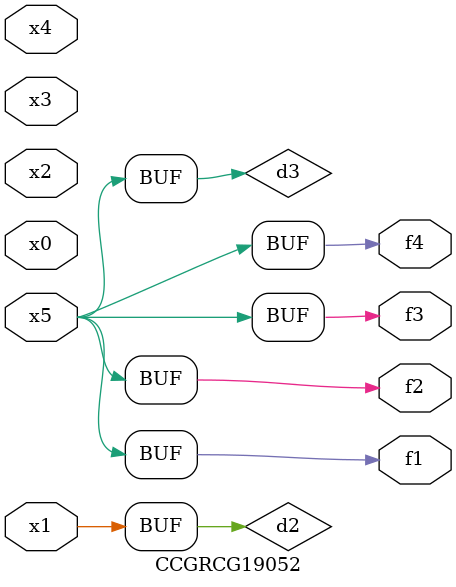
<source format=v>
module CCGRCG19052(
	input x0, x1, x2, x3, x4, x5,
	output f1, f2, f3, f4
);

	wire d1, d2, d3;

	not (d1, x5);
	or (d2, x1);
	xnor (d3, d1);
	assign f1 = d3;
	assign f2 = d3;
	assign f3 = d3;
	assign f4 = d3;
endmodule

</source>
